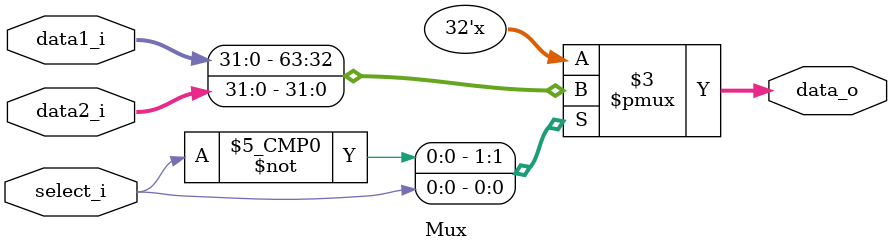
<source format=v>

module SingleCycle_MIPS( 
    clk,
    rst_n,
    IR_addr,
    IR,
    RF_writedata,
    ReadDataMem,
    CEN,
    WEN,
    A,
    ReadData2,
    OEN
);

//==== in/out declaration =================================
    //-------- processor ----------------------------------
    input         clk, rst_n;
    input  [31:0] IR;
    output [31:0] IR_addr, RF_writedata;
    //-------- data memory --------------------------------
    input  [31:0] ReadDataMem;  // read_data from memory
    output        CEN;  // chip_enable, 0 when you read/write data from/to memory
    output        WEN;  // write_enable, 0 when you write data into SRAM & 1 when you read data from SRAM
    output  [6:0] A;  // address
    output [31:0] ReadData2;  // write_data to memory
    output        OEN;  // output_enable, 0

//==== reg/wire declaration ===============================
// control signals             
    wire          MemToReg,
                  MemRead,
                  MemWrite,
                  RegDST,
                  RegWrite,
                  Branch,
                  Jump,
                  ALUSrc,
                  JumpRegister,
                  JumpAndLink;
    wire  [1:0]   ALUOp;
// ALU control signals         
    wire  [3:0]   ALUctrl;
// ALU input signals           
    wire  [31:0]  ALUin1, 
                  ALUin2;
// ALU output signals          
    wire  [31:0]  ALUresult;
    wire          ALUzero;
// sign-extended signal        
    wire  [31:0]  SignExtend;
// MUX output signals          
    wire  [4:0]   MUX_RegDST;
    wire  [31:0]  MUX_MemToReg; 
    wire  [31:0]  MUX_Src;
    wire  [31:0]  MUX_Branch; 
    wire  [31:0]  MUX_Jump;
// registers input signals     
    wire  [4:0]   Reg_R1, Reg_R2, Reg_W;
    wire  [31:0]  WriteData; 
// registers output signals    
    wire  [31:0]  ReadData1;
// program counter/address     
    wire  [31:0]  PCin;
    wire  [31:0]  PCnext;
    wire  [31:0]  PCAdd4;
    wire  [31:0]  JumpAddr; 
    wire  [31:0]  BranchAddr;

//******connection******//
assign RF_writedata = WriteData; // for debug
assign PCin = PCnext;

PC _PC(
    .clk(clk),
    .rst(rst_n),
    .PCin(PCin),
    .PCout(IR_addr)
);

mainControl _mainControl(
    .opcode_i(IR[31:26]),
    .funct_i(IR[5:0]),
    .RegDst_o(RegDST),
    .Jump_o(Jump),
    .Branch_o(Branch),
    .MemRead_o(MemRead),
    .MemToReg_o(MemToReg),
    .ALUOp_o(ALUOp),
    .MemWrite_o(MemWrite),
    .ALUSrc_o(ALUSrc),
    .RegWrite_o(RegWrite),
    .JumpRegister_o(JumpRegister),
    .JumpAndLink_o(JumpAndLink)
);

assign ALUin1 = ReadData1;
assign ALUin2 = MUX_Src;
assign A = ALUresult[8:2]; // A = LSB of (ALUresult >> 2)

ALU _ALU(
    .ALUCtrl_i(ALUctrl), 
    .data1_i(ALUin1), 
    .data2_i(ALUin2), 
    .ALU_o(ALUresult), 
    .Zero_o(ALUzero)
);

ALUControl _ALUControl (
    .ALUOp_i(ALUOp), 
    .funct_i(IR[5:0]), 
    .ALUctrl_o(ALUctrl)
);

signExtend _signExtend (
    .data_i(IR[15:0]), 
    .data_o(SignExtend)
);

assign Reg_R1 = IR[25:21];
assign Reg_R2 = IR[20:16];

register_file _regFile(
    .clk(clk),
    .rst(rst_n),
    .RegWrite_i(RegWrite),
    .WriteReg_i(Reg_W),
    .WriteData_i(WriteData),
    .ReadReg1_i(Reg_R1),
    .ReadReg2_i(Reg_R2),
    .ReadData1_o(ReadData1),
    .ReadData2_o(ReadData2)
);

Mux #(5) MUXX_RegDST(
    .data1_i(IR[20:16]), 
    .data2_i(IR[15:11]), 
    .select_i(RegDST), 
    .data_o(MUX_RegDST)
);

Mux #(32) MUXX_Src(
    .data1_i(ReadData2), 
    .data2_i(SignExtend), 
    .select_i(ALUSrc), 
    .data_o(MUX_Src)
);

Mux #(32) MUXX_MemToReg(
    .data1_i(ALUresult), 
    .data2_i(ReadDataMem), 
    .select_i(MemToReg), 
    .data_o(MUX_MemToReg)
);

Add_ALU PC_adder (
    .data1_i(IR_addr), 
    .data2_i(32'b100), 
    .Add_ALU_o(PCAdd4)
);

assign JumpAddr = { {PCAdd4[31:28]}, {IR[25:0]}, 2'b00};

Add_ALU branch_adder (
    .data1_i(PCAdd4), 
    .data2_i({{SignExtend[29:0]}, 2'b00}),
    .Add_ALU_o(BranchAddr)
);

Mux #(32) MUXX_Branch(
    .data1_i(PCAdd4), 
    .data2_i(BranchAddr), 
    .select_i(Branch & ALUzero), 
    .data_o(MUX_Branch)
);

Mux #(32) MUXX_Jump(
    .data1_i(MUX_Branch), 
    .data2_i(JumpAddr), 
    .select_i(Jump), 
    .data_o(MUX_Jump)
);

Mux #(32) MUXX_JumpRegister(
    .data1_i(MUX_Jump), 
    .data2_i(ReadData1), 
    .select_i(JumpRegister), 
    .data_o(PCnext)
);

Mux #(5) MUXX_JumpAndLink_1(
    .data1_i(MUX_RegDST), 
    .data2_i(5'd31), 
    .select_i(JumpAndLink), 
    .data_o(Reg_W)
);

Mux #(32) MUXX_JumpAndLink_2(
    .data1_i(MUX_MemToReg), 
    .data2_i(PCAdd4), 
    .select_i(JumpAndLink), 
    .data_o(WriteData)
);

// data memory contral signals CEN, OEN, WEN
assign  CEN = ~(MemRead | MemWrite);
assign  WEN = ~(MemWrite);
assign  OEN = ~(MemRead);
//==== combinational part =================================


//==== sequential part ====================================


//=========================================================
endmodule

// module PC
module PC(clk, rst, PCin, PCout);
    input        clk,rst;
    input [31:0] PCin;
    output reg [31:0] PCout;

    always @(posedge clk or posedge rst)begin
        if(rst)
            PCout <= 32'b0;
        else 
            PCout <= PCin;
        //$display("Your IR_addr = %d", PCout);
    end
endmodule


//module Add_ALU
module Add_ALU(data1_i, data2_i, Add_ALU_o);

    input [31:0] data1_i;
    input [31:0] data2_i;
    
    output reg [31:0] Add_ALU_o;

    always @(*) begin
        Add_ALU_o <= data1_i + data2_i;
    end
endmodule

//module register_file
module register_file(
    clk  ,
    rst,
    RegWrite_i  ,
    WriteReg_i   ,
    WriteData_i ,
    ReadReg1_i  ,
    ReadReg2_i   ,
    ReadData1_o ,
    ReadData2_o ,
);
    input        clk, rst, RegWrite_i;
    input  [4:0] WriteReg_i, ReadReg1_i, ReadReg2_i;
    input  [31:0] WriteData_i;
    output [31:0] ReadData1_o, ReadData2_o;
    
    
    reg [31:0] register[0:31];
    integer i;

    assign ReadData1_o = register[ReadReg1_i];
    assign ReadData2_o = register[ReadReg2_i];

    always@(posedge clk or posedge rst) begin
        if(rst) begin
          for(i=0;i<32;i=i+1) begin
            register[i] <=32'b0;
          end
        end
        else if(RegWrite_i) begin
          register[WriteReg_i] <= WriteData_i;
        end
    end
endmodule

//module mainControl
module mainControl(
    opcode_i,
    funct_i,
    RegDst_o,
    Jump_o,
    Branch_o,
    MemRead_o,
    MemToReg_o,
    ALUOp_o,
    MemWrite_o,
    ALUSrc_o,
    RegWrite_o,
    JumpRegister_o,
    JumpAndLink_o,
);

input [5:0] opcode_i, funct_i;
output RegDst_o, RegWrite_o, ALUSrc_o;
output Branch_o, Jump_o;
output MemToReg_o, MemRead_o, MemWrite_o;
output JumpRegister_o, JumpAndLink_o;
output [1:0] ALUOp_o;

wire R_format, lw, sw, beq, jump, jr, jal;
    
assign R_format = (opcode_i == 6'b000000)?1:0;
assign lw = (opcode_i == 6'b100011)?1:0;
assign sw = (opcode_i == 6'b101011)?1:0;
assign beq = (opcode_i == 6'b000100)?1:0;
assign jump = (opcode_i == 6'b000010)?1:0;
assign jr = ((opcode_i == 6'b000000) && (funct_i == 6'b001000))?1:0;
assign jal = (opcode_i == 6'b000011)?1:0;

assign RegDst_o = R_format;
assign Jump_o = jump | jal; 
assign Branch_o = beq;
assign MemRead_o = lw;
assign MemToReg_o = lw;
assign MemWrite_o = sw;
assign ALUSrc_o = lw|sw;
assign RegWrite_o = R_format | lw | jal;
assign ALUOp_o = R_format ? 2'b10:
                 beq      ? 2'b01 : 2'b00;
assign JumpRegister_o = jr;
assign JumpAndLink_o = jal;
endmodule

// module ALU
module ALU (ALUCtrl_i, data1_i, data2_i, ALU_o, Zero_o);

    input [3:0] ALUCtrl_i;
    input signed [31:0] data1_i, data2_i;
    
    output reg signed [31:0] ALU_o;
    output Zero_o;
    assign Zero_o = (data1_i == data2_i)?1:0;
    always @(*) begin
        case (ALUCtrl_i)
            4'b0000: ALU_o <= data1_i & data2_i;
            4'b0001: ALU_o <= data1_i | data2_i;
            4'b0010: ALU_o <= data1_i + data2_i;
            4'b0110: ALU_o <= data1_i - data2_i;
            4'b0111: ALU_o <= data1_i < data2_i ? 32'b1:32'b0;
            4'b1100: ALU_o <= ~(data1_i | data2_i);
            default: ALU_o <= 32'b0;
        endcase
    end
endmodule

// module ALUControl
module ALUControl (ALUOp_i, funct_i, ALUctrl_o);
    input [1:0] ALUOp_i;
    input [5:0] funct_i;
    output reg [3:0] ALUctrl_o;

    always @(ALUOp_i,funct_i) begin
        if (ALUOp_i == 2'b00) 
            ALUctrl_o <=4'b0010;
        else if (ALUOp_i ==2'b01)
            ALUctrl_o <=4'b0110;
        else 
            case(funct_i[3:0])
                4'b0000: ALUctrl_o <= 4'b0010 ; //add
                4'b0010: ALUctrl_o <= 4'b0110; //subtract     
                4'b0100: ALUctrl_o <= 4'b0000; //and  
                4'b0101: ALUctrl_o <= 4'b0001; //or   
                4'b0111: ALUctrl_o <= 4'b1100; //nor
                4'b1010: ALUctrl_o <= 4'b0111; //slt
                default: ALUctrl_o <= 4'b1111; //should not happen
            endcase
    end
                     
endmodule

// module signExtend
module signExtend (data_i, data_o);
    input [15:0] data_i;
    output[31:0] data_o;

    assign data_o = { {16{data_i[15]}} , data_i };
endmodule

module Mux #(parameter WIDTH =32) (data1_i, data2_i, select_i, data_o);
    input [WIDTH-1:0] data1_i, data2_i;
    input select_i;
    output reg [WIDTH-1:0] data_o;
    always @(select_i, data1_i, data2_i)begin
        case(select_i)
            0: data_o <= data1_i;
            1: data_o <= data2_i; 
        endcase
    end
endmodule
</source>
